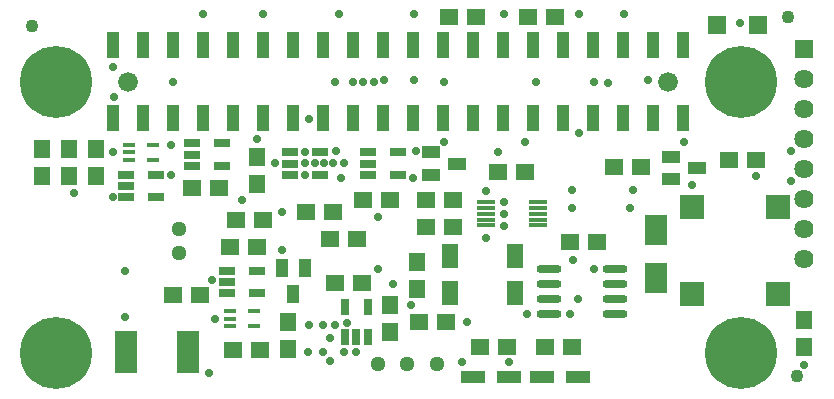
<source format=gts>
*%FSLAX23Y23*%
*%MOIN*%
G01*
%ADD11C,0.000*%
%ADD12C,0.001*%
%ADD13C,0.002*%
%ADD14C,0.004*%
%ADD15C,0.005*%
%ADD16C,0.006*%
%ADD17C,0.007*%
%ADD18C,0.007*%
%ADD19C,0.008*%
%ADD20C,0.010*%
%ADD21C,0.012*%
%ADD22C,0.015*%
%ADD23C,0.024*%
%ADD24C,0.025*%
%ADD25C,0.028*%
%ADD26C,0.029*%
%ADD27C,0.032*%
%ADD28C,0.035*%
%ADD29C,0.039*%
%ADD30C,0.040*%
%ADD31C,0.043*%
%ADD32C,0.047*%
%ADD33C,0.047*%
%ADD34C,0.047*%
%ADD35C,0.048*%
%ADD36C,0.051*%
%ADD37C,0.051*%
%ADD38C,0.052*%
%ADD39C,0.060*%
%ADD40C,0.062*%
%ADD41C,0.064*%
%ADD42C,0.066*%
%ADD43C,0.067*%
%ADD44O,0.080X0.024*%
%ADD45O,0.084X0.028*%
%ADD46C,0.115*%
%ADD47C,0.135*%
%ADD48C,0.236*%
%ADD49C,0.240*%
%ADD50R,0.023X0.050*%
%ADD51R,0.027X0.054*%
%ADD52R,0.037X0.014*%
%ADD53R,0.039X0.055*%
%ADD54R,0.040X0.083*%
%ADD55R,0.041X0.018*%
%ADD56R,0.043X0.059*%
%ADD57R,0.044X0.087*%
%ADD58R,0.050X0.023*%
%ADD59R,0.050X0.060*%
%ADD60R,0.051X0.075*%
%ADD61R,0.054X0.027*%
%ADD62R,0.054X0.064*%
%ADD63R,0.055X0.039*%
%ADD64R,0.055X0.079*%
%ADD65R,0.057X0.012*%
%ADD66R,0.059X0.043*%
%ADD67R,0.060X0.050*%
%ADD68R,0.060X0.060*%
%ADD69R,0.061X0.016*%
%ADD70R,0.064X0.054*%
%ADD71R,0.064X0.064*%
%ADD72R,0.070X0.098*%
%ADD73R,0.070X0.138*%
%ADD74R,0.074X0.102*%
%ADD75R,0.074X0.142*%
%ADD76R,0.079X0.079*%
%ADD77R,0.080X0.040*%
%ADD78R,0.083X0.083*%
%ADD79R,0.084X0.044*%
D26*
X11093Y8221D02*
D03*
Y8121D02*
D03*
X11138Y7506D02*
D03*
X10978Y8136D02*
D03*
X10923Y8646D02*
D03*
X10738Y8251D02*
D03*
X10763Y8106D02*
D03*
X10568Y8091D02*
D03*
X10558Y8031D02*
D03*
X10618Y8456D02*
D03*
X10538Y8676D02*
D03*
X10388Y8281D02*
D03*
X10483Y8446D02*
D03*
X10438Y8451D02*
D03*
X10388Y8676D02*
D03*
X10383Y7726D02*
D03*
X10438Y7826D02*
D03*
X10363Y8091D02*
D03*
Y8031D02*
D03*
X10358Y7676D02*
D03*
X10368Y7856D02*
D03*
X10138Y8051D02*
D03*
Y8011D02*
D03*
X10118Y8216D02*
D03*
X10208Y8251D02*
D03*
X10243Y8451D02*
D03*
X10138Y8676D02*
D03*
Y7971D02*
D03*
X10153Y7516D02*
D03*
X10213Y7676D02*
D03*
X10078Y8086D02*
D03*
X9938Y8251D02*
D03*
Y8451D02*
D03*
X9998Y7516D02*
D03*
X10078Y7931D02*
D03*
X10013Y7651D02*
D03*
X9833Y8131D02*
D03*
X9843Y8221D02*
D03*
X9738Y8456D02*
D03*
X9838D02*
D03*
Y8676D02*
D03*
X9828Y7706D02*
D03*
X9768Y7776D02*
D03*
X9578Y8221D02*
D03*
X9593Y8131D02*
D03*
X9603Y8181D02*
D03*
X9568D02*
D03*
X9538D02*
D03*
X9573Y8451D02*
D03*
X9703D02*
D03*
X9668D02*
D03*
X9633D02*
D03*
X9588Y8676D02*
D03*
X9558Y7596D02*
D03*
Y7521D02*
D03*
X9643Y7551D02*
D03*
X9613Y7646D02*
D03*
X9573Y7641D02*
D03*
X9603Y7551D02*
D03*
X9533D02*
D03*
Y7641D02*
D03*
X9718Y7826D02*
D03*
Y8001D02*
D03*
X9473Y8141D02*
D03*
Y8181D02*
D03*
Y8216D02*
D03*
X9373Y8181D02*
D03*
X9508D02*
D03*
X9333Y8676D02*
D03*
X9488Y8326D02*
D03*
X9398Y8016D02*
D03*
Y7891D02*
D03*
X9488Y7641D02*
D03*
X9483Y7551D02*
D03*
X9263Y8056D02*
D03*
X9313Y8261D02*
D03*
X9153Y7481D02*
D03*
X9163Y7791D02*
D03*
X9173Y7661D02*
D03*
X9028Y8241D02*
D03*
Y8141D02*
D03*
X9033Y8451D02*
D03*
X9133Y8676D02*
D03*
X8833Y8501D02*
D03*
X8838Y8401D02*
D03*
X8833Y8066D02*
D03*
Y8216D02*
D03*
X8873Y7821D02*
D03*
Y7666D02*
D03*
X8703Y8081D02*
D03*
D31*
X8563Y8636D02*
D03*
X11083Y8666D02*
D03*
X11113Y7471D02*
D03*
D36*
X9718Y7511D02*
D03*
X9816D02*
D03*
X9915D02*
D03*
D37*
X9055Y7881D02*
D03*
Y7960D02*
D03*
D41*
X11139Y8162D02*
D03*
Y8262D02*
D03*
Y8362D02*
D03*
Y8462D02*
D03*
Y7862D02*
D03*
Y7962D02*
D03*
Y8062D02*
D03*
D42*
X10686Y8452D02*
D03*
X8886Y8452D02*
D03*
D45*
X10508Y7826D02*
D03*
Y7776D02*
D03*
Y7726D02*
D03*
Y7676D02*
D03*
X10288D02*
D03*
Y7726D02*
D03*
Y7776D02*
D03*
Y7826D02*
D03*
D49*
X10927Y8451D02*
D03*
Y7546D02*
D03*
X8644Y8451D02*
D03*
Y7546D02*
D03*
D51*
X9608Y7601D02*
D03*
X9683D02*
D03*
X9645D02*
D03*
X9608Y7701D02*
D03*
X9683D02*
D03*
D55*
X8888Y8216D02*
D03*
Y8191D02*
D03*
X8968D02*
D03*
Y8241D02*
D03*
X8888D02*
D03*
X9223Y7661D02*
D03*
Y7636D02*
D03*
X9303D02*
D03*
Y7686D02*
D03*
X9223D02*
D03*
D56*
X9473Y7831D02*
D03*
X9398D02*
D03*
X9436Y7744D02*
D03*
D57*
X8836Y8330D02*
D03*
X8936D02*
D03*
X9036D02*
D03*
X9136D02*
D03*
X9236D02*
D03*
X9336D02*
D03*
X9436D02*
D03*
X9536D02*
D03*
X9636D02*
D03*
X9736D02*
D03*
X9836D02*
D03*
X9936D02*
D03*
X10036D02*
D03*
X10136D02*
D03*
X10236D02*
D03*
X10336D02*
D03*
X10436D02*
D03*
X10536D02*
D03*
X10636D02*
D03*
X10736D02*
D03*
X8835Y8575D02*
D03*
X8936D02*
D03*
X9036D02*
D03*
X9135D02*
D03*
X9236D02*
D03*
X9335D02*
D03*
X9436D02*
D03*
X9536D02*
D03*
X9635D02*
D03*
X9736D02*
D03*
X9836D02*
D03*
X9936D02*
D03*
X10036D02*
D03*
X10136D02*
D03*
X10236D02*
D03*
X10336D02*
D03*
X10436D02*
D03*
X10536D02*
D03*
X10636D02*
D03*
X10736D02*
D03*
D61*
X9523Y8141D02*
D03*
Y8216D02*
D03*
X9423Y8179D02*
D03*
Y8141D02*
D03*
Y8216D02*
D03*
X9783Y8141D02*
D03*
Y8216D02*
D03*
X9683Y8179D02*
D03*
Y8141D02*
D03*
Y8216D02*
D03*
X9313Y7746D02*
D03*
Y7821D02*
D03*
X9213Y7784D02*
D03*
Y7746D02*
D03*
Y7821D02*
D03*
X9198Y8171D02*
D03*
Y8246D02*
D03*
X9098Y8209D02*
D03*
Y8171D02*
D03*
Y8246D02*
D03*
X8978Y8066D02*
D03*
Y8141D02*
D03*
X8878Y8104D02*
D03*
Y8066D02*
D03*
Y8141D02*
D03*
D62*
X8598Y8226D02*
D03*
Y8136D02*
D03*
X8688Y8226D02*
D03*
Y8136D02*
D03*
X8778Y8226D02*
D03*
Y8136D02*
D03*
X11138Y7656D02*
D03*
Y7566D02*
D03*
X9758Y7706D02*
D03*
Y7616D02*
D03*
X9848Y7851D02*
D03*
Y7761D02*
D03*
X9418Y7651D02*
D03*
Y7561D02*
D03*
X9313Y8201D02*
D03*
Y8111D02*
D03*
D64*
X10176Y7872D02*
D03*
X9959Y7872D02*
D03*
Y7746D02*
D03*
X10176D02*
D03*
D66*
X10693Y8201D02*
D03*
Y8126D02*
D03*
X10780Y8164D02*
D03*
X9893Y8216D02*
D03*
Y8141D02*
D03*
X9980Y8179D02*
D03*
D69*
X10251Y8051D02*
D03*
Y8032D02*
D03*
Y8012D02*
D03*
Y7992D02*
D03*
Y7973D02*
D03*
X10078D02*
D03*
X10078Y7992D02*
D03*
Y8012D02*
D03*
X10078Y8032D02*
D03*
X10078Y8051D02*
D03*
D70*
X10593Y8166D02*
D03*
X10503D02*
D03*
X10218Y8666D02*
D03*
X10308D02*
D03*
X9953D02*
D03*
X10043D02*
D03*
X10148Y7566D02*
D03*
X10058D02*
D03*
X10363D02*
D03*
X10273D02*
D03*
X10978Y8191D02*
D03*
X10888D02*
D03*
X10448Y7916D02*
D03*
X10358D02*
D03*
X10208Y8151D02*
D03*
X10118D02*
D03*
X9573Y7781D02*
D03*
X9663D02*
D03*
X9943Y7651D02*
D03*
X9853D02*
D03*
X9968Y7966D02*
D03*
X9878D02*
D03*
X9968Y8056D02*
D03*
X9878D02*
D03*
X9758D02*
D03*
X9668D02*
D03*
X9478Y8016D02*
D03*
X9568D02*
D03*
X9648Y7926D02*
D03*
X9558D02*
D03*
X9323Y7556D02*
D03*
X9233D02*
D03*
X9313Y7901D02*
D03*
X9223D02*
D03*
X9333Y7991D02*
D03*
X9243D02*
D03*
X9188Y8096D02*
D03*
X9098D02*
D03*
X9123Y7741D02*
D03*
X9033D02*
D03*
D71*
X11139Y8562D02*
D03*
X10848Y8641D02*
D03*
X10983D02*
D03*
D74*
X10643Y7799D02*
D03*
Y7956D02*
D03*
D75*
X9083Y7551D02*
D03*
X8878D02*
D03*
D78*
X11050Y7745D02*
D03*
X10763D02*
D03*
Y8033D02*
D03*
X11050Y8033D02*
D03*
D79*
X10155Y7467D02*
D03*
X10035D02*
D03*
X10383D02*
D03*
X10263D02*
D03*
M02*

</source>
